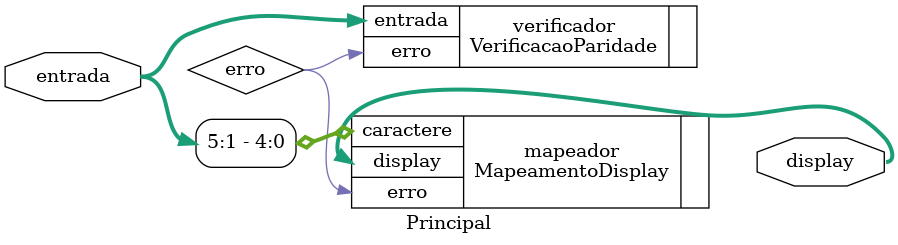
<source format=v>
`include "verificacao_paridade.v"
`include "mapeamento_display.v"

module Principal(
    input [5:0] entrada,  // Entrada de 6 bits: 5 bits do caractere + 1 bit de paridade
    output [6:0] display  // Saída do display de 7 segmentos
);
    wire erro; // Sinal de erro de paridade

    // Instanciando o módulo de verificação de paridade
    VerificacaoParidade verificador(
        .entrada(entrada),
        .erro(erro)
    );

    // Instanciando o módulo de mapeamento para o display
    MapeamentoDisplay mapeador(
        .caractere(entrada[5:1]),
        .erro(erro),
        .display(display)
    );
endmodule
</source>
